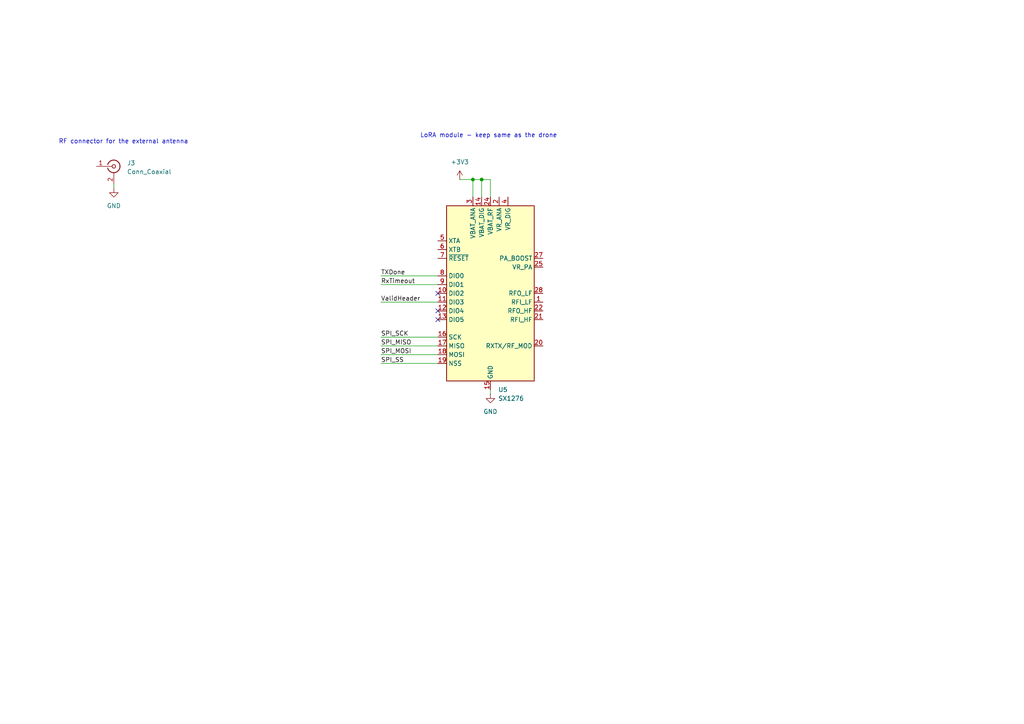
<source format=kicad_sch>
(kicad_sch (version 20250114) (generator "eeschema") (generator_version "9.0")
  (paper "A4")
  (lib_symbols
    (symbol "Connector:Conn_Coaxial" (pin_names (offset 1.016) (hide yes))
      (property "Reference" "J" (at 0.254 3.048 0))
      (property "Value" "Conn_Coaxial" (at 2.921 0 90))
      (symbol "Conn_Coaxial_0_1"
        (polyline (pts (xy -2.54 0) (xy -0.508 0)))
        (arc (start 1.778 0) (mid 0.222 -1.8079) (end -1.778 -0.508) (stroke (width 0.254)))
        (arc (start -1.778 0.508) (mid 0.2221 1.8084) (end 1.778 0) (stroke (width 0.254)))
        (circle (center 0 0) (radius 0.508) (stroke (width 0.2032)))
        (polyline (pts (xy 0 -2.54) (xy 0 -1.778)))
      )
      (symbol "Conn_Coaxial_1_1"
        (pin passive line (at -5.08 0 0) (length 2.54) (name "In") (number "1"))
        (pin passive line (at 0 -5.08 90) (length 2.54) (name "Ext") (number "2"))
      )
    )
    (symbol "RF:SX1276"
      (property "Reference" "U" (at 13.97 24.13 0))
      (property "Value" "SX1276" (at 13.97 21.59 0))
      (symbol "SX1276_0_1"
        (rectangle (start -12.7 25.4) (end 12.7 -25.4) (stroke (width 0.254)) (fill (type background)))
      )
      (symbol "SX1276_1_1"
        (pin bidirectional line (at -15.24 15.24 0) (length 2.54) (name "XTA") (number "5"))
        (pin bidirectional line (at -15.24 12.7 0) (length 2.54) (name "XTB") (number "6"))
        (pin input line (at -15.24 10.16 0) (length 2.54) (name "~{RESET}") (number "7"))
        (pin bidirectional line (at -15.24 5.08 0) (length 2.54) (name "DIO0") (number "8"))
        (pin bidirectional line (at -15.24 2.54 0) (length 2.54) (name "DIO1") (number "9"))
        (pin bidirectional line (at -15.24 0 0) (length 2.54) (name "DIO2") (number "10"))
        (pin bidirectional line (at -15.24 -2.54 0) (length 2.54) (name "DIO3") (number "11"))
        (pin bidirectional line (at -15.24 -5.08 0) (length 2.54) (name "DIO4") (number "12"))
        (pin bidirectional line (at -15.24 -7.62 0) (length 2.54) (name "DIO5") (number "13"))
        (pin input line (at -15.24 -12.7 0) (length 2.54) (name "SCK") (number "16"))
        (pin output line (at -15.24 -15.24 0) (length 2.54) (name "MISO") (number "17"))
        (pin input line (at -15.24 -17.78 0) (length 2.54) (name "MOSI") (number "18"))
        (pin input line (at -15.24 -20.32 0) (length 2.54) (name "NSS") (number "19"))
        (pin power_in line (at -5.08 27.94 270) (length 2.54) (name "VBAT_ANA") (number "3"))
        (pin power_in line (at -2.54 27.94 270) (length 2.54) (name "VBAT_DIG") (number "14"))
        (pin power_in line (at 0 27.94 270) (length 2.54) (name "VBAT_RF") (number "24"))
        (pin power_in line (at 0 -27.94 90) (length 2.54) (name "GND") (number "15"))
        (pin passive line (at 0 -27.94 90) (length 2.54) (hide yes) (name "GND") (number "23"))
        (pin passive line (at 0 -27.94 90) (length 2.54) (hide yes) (name "GND") (number "26"))
        (pin passive line (at 0 -27.94 90) (length 2.54) (hide yes) (name "GND") (number "29"))
        (pin power_in line (at 2.54 27.94 270) (length 2.54) (name "VR_ANA") (number "2"))
        (pin power_in line (at 5.08 27.94 270) (length 2.54) (name "VR_DIG") (number "4"))
        (pin power_out line (at 15.24 10.16 180) (length 2.54) (name "PA_BOOST") (number "27"))
        (pin power_out line (at 15.24 7.62 180) (length 2.54) (name "VR_PA") (number "25"))
        (pin output line (at 15.24 0 180) (length 2.54) (name "RFO_LF") (number "28"))
        (pin input line (at 15.24 -2.54 180) (length 2.54) (name "RFI_LF") (number "1"))
        (pin output line (at 15.24 -5.08 180) (length 2.54) (name "RFO_HF") (number "22"))
        (pin input line (at 15.24 -7.62 180) (length 2.54) (name "RFI_HF") (number "21"))
        (pin output line (at 15.24 -15.24 180) (length 2.54) (name "RXTX/RF_MOD") (number "20"))
      )
    )
    (symbol "power:+3V3" (power) (pin_numbers (hide yes)) (pin_names (offset 0) (hide yes))
      (property "Value" "+3V3" (at 0 3.556 0))
      (symbol "+3V3_0_1"
        (polyline (pts (xy -0.762 1.27) (xy 0 2.54)))
        (polyline (pts (xy 0 2.54) (xy 0.762 1.27)))
        (polyline (pts (xy 0 0) (xy 0 2.54)))
      )
      (symbol "+3V3_1_1"
        (pin power_in line (at 0 0 90) (length 0) (name "~") (number "1"))
      )
    )
    (symbol "power:GND" (power) (pin_numbers (hide yes)) (pin_names (offset 0) (hide yes))
      (property "Value" "GND" (at 0 -3.81 0))
      (symbol "GND_0_1"
        (polyline (pts (xy 0 0) (xy 0 -1.27) (xy 1.27 -1.27) (xy 0 -2.54) (xy -1.27 -1.27) (xy 0 -1.27)))
      )
      (symbol "GND_1_1"
        (pin power_in line (at 0 0 270) (length 0) (name "~") (number "1"))
      )
    )
  )
  (text "RF connector for the external antenna\n" (at 35.814 41.148 0) (effects (font (size 1.27 1.27))))
  (text "LoRA module - keep same as the drone\n" (at 141.732 39.37 0) (effects (font (size 1.27 1.27))))
  (junction (at 137.16 52.07))
  (junction (at 139.7 52.07))
  (no_connect (at 127 92.71))
  (no_connect (at 127 85.09))
  (no_connect (at 127 90.17))
  (wire (pts (xy 139.7 52.07) (xy 142.24 52.07)))
  (wire (pts (xy 137.16 52.07) (xy 139.7 52.07)))
  (wire (pts (xy 33.02 53.34) (xy 33.02 54.61)))
  (wire (pts (xy 110.49 100.33) (xy 127 100.33)))
  (wire (pts (xy 139.7 52.07) (xy 139.7 57.15)))
  (wire (pts (xy 137.16 52.07) (xy 137.16 57.15)))
  (wire (pts (xy 110.49 105.41) (xy 127 105.41)))
  (wire (pts (xy 110.49 97.79) (xy 127 97.79)))
  (wire (pts (xy 110.49 82.55) (xy 127 82.55)))
  (wire (pts (xy 110.49 80.01) (xy 127 80.01)))
  (wire (pts (xy 142.24 57.15) (xy 142.24 52.07)))
  (wire (pts (xy 110.49 87.63) (xy 127 87.63)))
  (wire (pts (xy 110.49 102.87) (xy 127 102.87)))
  (wire (pts (xy 133.35 52.07) (xy 137.16 52.07)))
  (wire (pts (xy 142.24 113.03) (xy 142.24 114.3)))
  (label "SPI_MISO" (at 110.49 100.33 0))
  (label "SPI_SCK" (at 110.49 97.79 0))
  (label "SPI_MOSI" (at 110.49 102.87 0))
  (label "TXDone" (at 110.49 80.01 0))
  (label "RxTimeout" (at 110.49 82.55 0))
  (label "SPI_SS" (at 110.49 105.41 0))
  (label "ValidHeader" (at 110.49 87.63 0))
  (symbol (lib_id "Connector:Conn_Coaxial") (at 33.02 48.26 0) (unit 1)
    (property "Reference" "J3" (at 36.83 47.2832 0) (effects (justify left)))
    (property "Value" "Conn_Coaxial" (at 36.83 49.8232 0) (effects (justify left)))
    (property "Description" "coaxial connector (BNC, SMA, SMB, SMC, Cinch/RCA, LEMO, ...)" (effects (hide yes)))
  )
  (symbol (lib_id "RF:SX1276") (at 142.24 85.09 0) (unit 1)
    (property "Reference" "U5" (at 144.4977 113.03 0) (effects (justify left)))
    (property "Value" "SX1276" (at 144.4977 115.57 0) (effects (justify left)))
    (property "Footprint" "Package_DFN_QFN:QFN-28-1EP_6x6mm_P0.65mm_EP4.8x4.8mm" (effects (hide yes)))
    (property "Datasheet" "https://semtech.my.salesforce.com/sfc/p/#E0000000JelG/a/2R0000001Rbr/6EfVZUorrpoKFfvaF_Fkpgp5kzjiNyiAbqcpqh9qSjE" (effects (hide yes)))
    (property "Description" "137 MHz to 1020 MHz Low Power Long Range Transceiver, spreading factor from 6 to 12, LoRA, QFN-28" (effects (hide yes)))
  )
  (symbol (lib_id "power:+3V3") (at 133.35 52.07 0) (unit 1)
    (property "Reference" "#PWR016" (effects (hide yes)))
    (property "Value" "+3V3" (at 133.35 46.99 0))
    (property "Description" "Power symbol creates a global label with name \"+3V3\"" (effects (hide yes)))
  )
  (symbol (lib_id "power:GND") (at 33.02 54.61 0) (unit 1)
    (property "Reference" "#PWR015" (effects (hide yes)))
    (property "Value" "GND" (at 33.02 59.69 0))
    (property "Description" "Power symbol creates a global label with name \"GND\" , ground" (effects (hide yes)))
  )
  (symbol (lib_id "power:GND") (at 142.24 114.3 0) (unit 1)
    (property "Reference" "#PWR013" (effects (hide yes)))
    (property "Value" "GND" (at 142.24 119.38 0))
    (property "Description" "Power symbol creates a global label with name \"GND\" , ground" (effects (hide yes)))
  )
)
</source>
